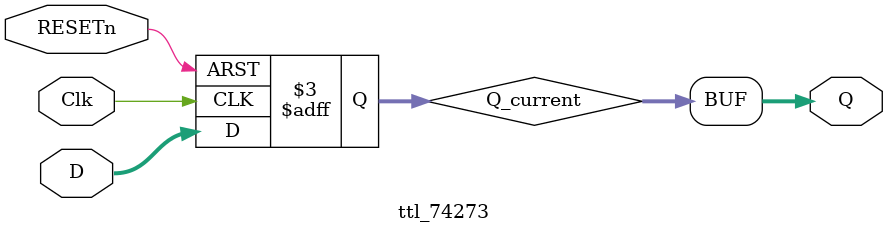
<source format=v>
`default_nettype none
`timescale 1ns/1ns
module ttl_74273 #(parameter DELAY_RISE = 12, DELAY_FALL = 13) 
(
  input wire Clk,
  input wire RESETn,
  input wire [7:0] D,
  output wire [7:0] Q
);
    //------------------------------------------------//
    reg [7:0] Q_current;
    // initial begin 
    //   Q_current <= 8'h00;
    // end//supposition
    
    always @(posedge Clk or negedge RESETn)
    begin
        
        if (!RESETn)
        Q_current <= 0;
        else
        begin
        Q_current <= D;
        end
    end
    //------------------------------------------------//
    assign #(DELAY_RISE, DELAY_FALL) Q = Q_current;
endmodule
</source>
